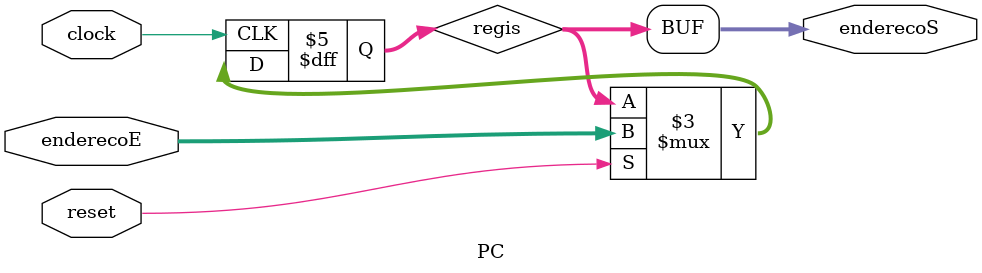
<source format=v>
module PC(clock, reset, enderecoE, enderecoS);
  input clock, reset;
  input [7:0] enderecoE;
  output[7:0] enderecoS;
  reg [7:0] regis;
 
  always@ (posedge clock)
  begin
    //escrita -> atualiozacao do registrador
    if(reset)
      begin
        regis = enderecoE;
      end
  end

assign enderecoS = regis;
 
endmodule

</source>
